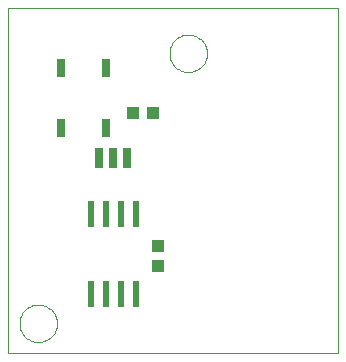
<source format=gtp>
G75*
G70*
%OFA0B0*%
%FSLAX24Y24*%
%IPPOS*%
%LPD*%
%AMOC8*
5,1,8,0,0,1.08239X$1,22.5*
%
%ADD10C,0.0000*%
%ADD11R,0.0300X0.0600*%
%ADD12R,0.0276X0.0669*%
%ADD13R,0.0433X0.0394*%
%ADD14R,0.0240X0.0870*%
%ADD15R,0.0394X0.0433*%
D10*
X000150Y000550D02*
X000150Y012050D01*
X011150Y012050D01*
X011150Y000550D01*
X000150Y000550D01*
X000525Y001550D02*
X000527Y001600D01*
X000533Y001649D01*
X000543Y001698D01*
X000556Y001745D01*
X000574Y001792D01*
X000595Y001837D01*
X000619Y001880D01*
X000647Y001921D01*
X000678Y001960D01*
X000712Y001996D01*
X000749Y002030D01*
X000789Y002060D01*
X000830Y002087D01*
X000874Y002111D01*
X000919Y002131D01*
X000966Y002147D01*
X001014Y002160D01*
X001063Y002169D01*
X001113Y002174D01*
X001162Y002175D01*
X001212Y002172D01*
X001261Y002165D01*
X001310Y002154D01*
X001357Y002140D01*
X001403Y002121D01*
X001448Y002099D01*
X001491Y002074D01*
X001531Y002045D01*
X001569Y002013D01*
X001605Y001979D01*
X001638Y001941D01*
X001667Y001901D01*
X001693Y001859D01*
X001716Y001815D01*
X001735Y001769D01*
X001751Y001722D01*
X001763Y001673D01*
X001771Y001624D01*
X001775Y001575D01*
X001775Y001525D01*
X001771Y001476D01*
X001763Y001427D01*
X001751Y001378D01*
X001735Y001331D01*
X001716Y001285D01*
X001693Y001241D01*
X001667Y001199D01*
X001638Y001159D01*
X001605Y001121D01*
X001569Y001087D01*
X001531Y001055D01*
X001491Y001026D01*
X001448Y001001D01*
X001403Y000979D01*
X001357Y000960D01*
X001310Y000946D01*
X001261Y000935D01*
X001212Y000928D01*
X001162Y000925D01*
X001113Y000926D01*
X001063Y000931D01*
X001014Y000940D01*
X000966Y000953D01*
X000919Y000969D01*
X000874Y000989D01*
X000830Y001013D01*
X000789Y001040D01*
X000749Y001070D01*
X000712Y001104D01*
X000678Y001140D01*
X000647Y001179D01*
X000619Y001220D01*
X000595Y001263D01*
X000574Y001308D01*
X000556Y001355D01*
X000543Y001402D01*
X000533Y001451D01*
X000527Y001500D01*
X000525Y001550D01*
X005525Y010550D02*
X005527Y010600D01*
X005533Y010649D01*
X005543Y010698D01*
X005556Y010745D01*
X005574Y010792D01*
X005595Y010837D01*
X005619Y010880D01*
X005647Y010921D01*
X005678Y010960D01*
X005712Y010996D01*
X005749Y011030D01*
X005789Y011060D01*
X005830Y011087D01*
X005874Y011111D01*
X005919Y011131D01*
X005966Y011147D01*
X006014Y011160D01*
X006063Y011169D01*
X006113Y011174D01*
X006162Y011175D01*
X006212Y011172D01*
X006261Y011165D01*
X006310Y011154D01*
X006357Y011140D01*
X006403Y011121D01*
X006448Y011099D01*
X006491Y011074D01*
X006531Y011045D01*
X006569Y011013D01*
X006605Y010979D01*
X006638Y010941D01*
X006667Y010901D01*
X006693Y010859D01*
X006716Y010815D01*
X006735Y010769D01*
X006751Y010722D01*
X006763Y010673D01*
X006771Y010624D01*
X006775Y010575D01*
X006775Y010525D01*
X006771Y010476D01*
X006763Y010427D01*
X006751Y010378D01*
X006735Y010331D01*
X006716Y010285D01*
X006693Y010241D01*
X006667Y010199D01*
X006638Y010159D01*
X006605Y010121D01*
X006569Y010087D01*
X006531Y010055D01*
X006491Y010026D01*
X006448Y010001D01*
X006403Y009979D01*
X006357Y009960D01*
X006310Y009946D01*
X006261Y009935D01*
X006212Y009928D01*
X006162Y009925D01*
X006113Y009926D01*
X006063Y009931D01*
X006014Y009940D01*
X005966Y009953D01*
X005919Y009969D01*
X005874Y009989D01*
X005830Y010013D01*
X005789Y010040D01*
X005749Y010070D01*
X005712Y010104D01*
X005678Y010140D01*
X005647Y010179D01*
X005619Y010220D01*
X005595Y010263D01*
X005574Y010308D01*
X005556Y010355D01*
X005543Y010402D01*
X005533Y010451D01*
X005527Y010500D01*
X005525Y010550D01*
D11*
X003400Y010050D03*
X001900Y010050D03*
X001900Y008050D03*
X003400Y008050D03*
D12*
X003178Y007050D03*
X003650Y007050D03*
X004122Y007050D03*
D13*
X004315Y008550D03*
X004985Y008550D03*
D14*
X004400Y005180D03*
X003900Y005180D03*
X003400Y005180D03*
X002900Y005180D03*
X002900Y002530D03*
X003400Y002530D03*
X003900Y002530D03*
X004400Y002530D03*
D15*
X005150Y003465D03*
X005150Y004135D03*
M02*

</source>
